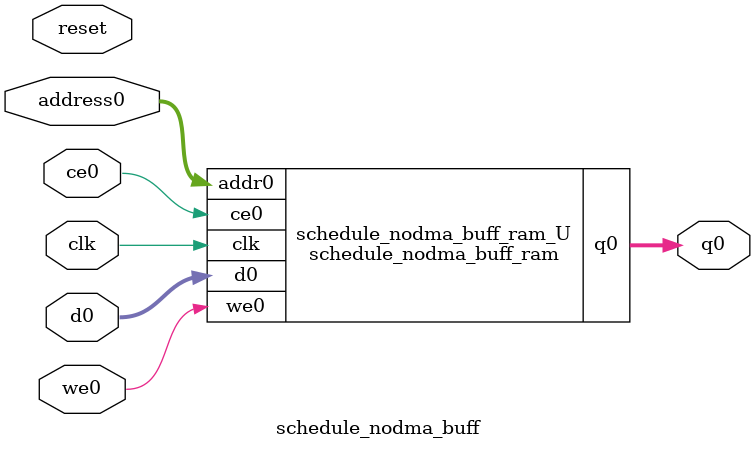
<source format=v>

`timescale 1 ns / 1 ps
module schedule_nodma_buff_ram (addr0, ce0, d0, we0, q0,  clk);

parameter DWIDTH = 32;
parameter AWIDTH = 3;
parameter MEM_SIZE = 6;

input[AWIDTH-1:0] addr0;
input ce0;
input[DWIDTH-1:0] d0;
input we0;
output reg[DWIDTH-1:0] q0;
input clk;

(* ram_style = "distributed" *)reg [DWIDTH-1:0] ram[0:MEM_SIZE-1];




always @(posedge clk)  
begin 
    if (ce0) 
    begin
        if (we0) 
        begin 
            ram[addr0] <= d0; 
            q0 <= d0;
        end 
        else 
            q0 <= ram[addr0];
    end
end


endmodule


`timescale 1 ns / 1 ps
module schedule_nodma_buff(
    reset,
    clk,
    address0,
    ce0,
    we0,
    d0,
    q0);

parameter DataWidth = 32'd32;
parameter AddressRange = 32'd6;
parameter AddressWidth = 32'd3;
input reset;
input clk;
input[AddressWidth - 1:0] address0;
input ce0;
input we0;
input[DataWidth - 1:0] d0;
output[DataWidth - 1:0] q0;



schedule_nodma_buff_ram schedule_nodma_buff_ram_U(
    .clk( clk ),
    .addr0( address0 ),
    .ce0( ce0 ),
    .we0( we0 ),
    .d0( d0 ),
    .q0( q0 ));

endmodule


</source>
